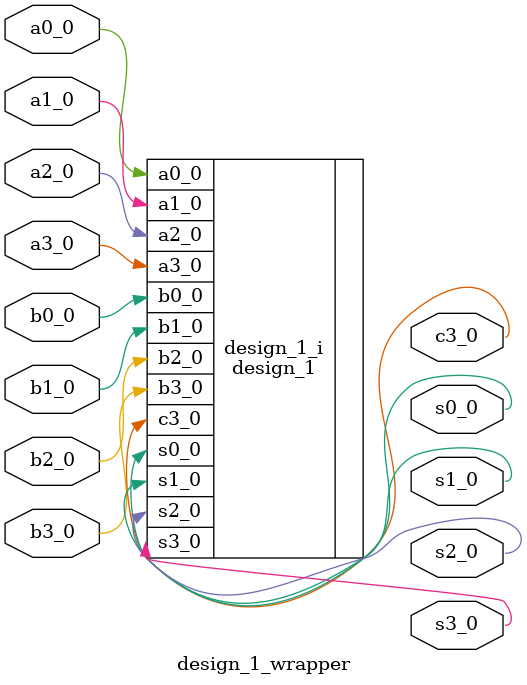
<source format=v>
`timescale 1 ps / 1 ps

module design_1_wrapper
   (a0_0,
    a1_0,
    a2_0,
    a3_0,
    b0_0,
    b1_0,
    b2_0,
    b3_0,
    c3_0,
    s0_0,
    s1_0,
    s2_0,
    s3_0);
  input a0_0;
  input a1_0;
  input a2_0;
  input a3_0;
  input b0_0;
  input b1_0;
  input b2_0;
  input b3_0;
  output c3_0;
  output s0_0;
  output s1_0;
  output s2_0;
  output s3_0;

  wire a0_0;
  wire a1_0;
  wire a2_0;
  wire a3_0;
  wire b0_0;
  wire b1_0;
  wire b2_0;
  wire b3_0;
  wire c3_0;
  wire s0_0;
  wire s1_0;
  wire s2_0;
  wire s3_0;

  design_1 design_1_i
       (.a0_0(a0_0),
        .a1_0(a1_0),
        .a2_0(a2_0),
        .a3_0(a3_0),
        .b0_0(b0_0),
        .b1_0(b1_0),
        .b2_0(b2_0),
        .b3_0(b3_0),
        .c3_0(c3_0),
        .s0_0(s0_0),
        .s1_0(s1_0),
        .s2_0(s2_0),
        .s3_0(s3_0));
endmodule

</source>
